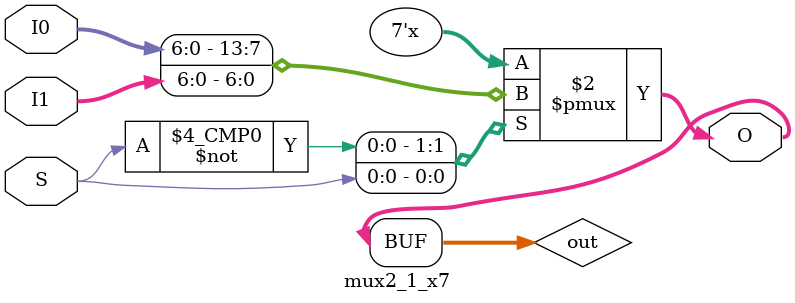
<source format=v>
`timescale 1ns / 1ps
module mux2_1_x7(
    input [6:0] I0,
    input [6:0] I1,
    output [6:0] O,
    input S
    );
	
	reg [6:0] out;
	assign O = out;
	
	always @(*)
	begin
		case (S)
			1'b0:	out = I0;
			1'b1:	out = I1;
		endcase
	end


endmodule

</source>
